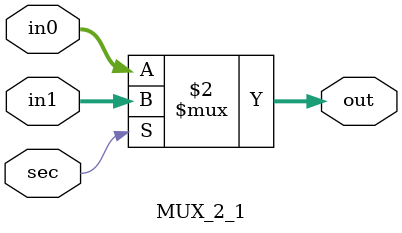
<source format=v>

module MUX_2_1 (	in0,
			 		in1,
			 		sec,
			 		out);
	
	parameter bit_size = 18;

	input	[bit_size-1:0]	in0, in1;
	input 					sec;
	output	[bit_size-1:0]	out;
	reg	[bit_size-1:0]	out;

	always@(*) 
		out = sec ? in1 : in0;

endmodule

</source>
